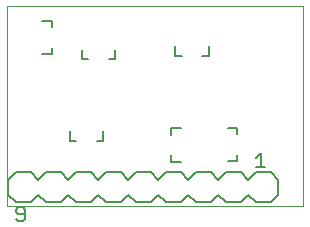
<source format=gto>
G75*
%MOIN*%
%OFA0B0*%
%FSLAX24Y24*%
%IPPOS*%
%LPD*%
%AMOC8*
5,1,8,0,0,1.08239X$1,22.5*
%
%ADD10C,0.0000*%
%ADD11C,0.0060*%
%ADD12C,0.0050*%
D10*
X004003Y004435D02*
X004003Y011128D01*
X013845Y011128D01*
X013845Y004435D01*
X004003Y004435D01*
D11*
X004280Y004577D02*
X004030Y004827D01*
X004030Y005327D01*
X004280Y005577D01*
X004780Y005577D01*
X005030Y005327D01*
X005280Y005577D01*
X005780Y005577D01*
X006030Y005327D01*
X006280Y005577D01*
X006780Y005577D01*
X007030Y005327D01*
X007280Y005577D01*
X007780Y005577D01*
X008030Y005327D01*
X008280Y005577D01*
X008780Y005577D01*
X009030Y005327D01*
X009280Y005577D01*
X009780Y005577D01*
X010030Y005327D01*
X010280Y005577D01*
X010780Y005577D01*
X011030Y005327D01*
X011280Y005577D01*
X011780Y005577D01*
X012030Y005327D01*
X012280Y005577D01*
X012780Y005577D01*
X013030Y005327D01*
X013030Y004827D01*
X012780Y004577D01*
X012280Y004577D01*
X012030Y004827D01*
X011780Y004577D01*
X011280Y004577D01*
X011030Y004827D01*
X010780Y004577D01*
X010280Y004577D01*
X010030Y004827D01*
X009780Y004577D01*
X009280Y004577D01*
X009030Y004827D01*
X008780Y004577D01*
X008280Y004577D01*
X008030Y004827D01*
X007780Y004577D01*
X007280Y004577D01*
X007030Y004827D01*
X006780Y004577D01*
X006280Y004577D01*
X006030Y004827D01*
X005780Y004577D01*
X005280Y004577D01*
X005030Y004827D01*
X004780Y004577D01*
X004280Y004577D01*
X006080Y006616D02*
X006300Y006616D01*
X006080Y006616D02*
X006080Y006936D01*
X006980Y006616D02*
X007200Y006616D01*
X007200Y006936D01*
X009455Y006827D02*
X009455Y007047D01*
X009775Y007047D01*
X009455Y006147D02*
X009455Y005927D01*
X009775Y005927D01*
X011348Y005938D02*
X011668Y005938D01*
X011668Y006158D01*
X011668Y006838D02*
X011668Y007058D01*
X011348Y007058D01*
X010708Y009463D02*
X010488Y009463D01*
X010708Y009463D02*
X010708Y009783D01*
X009808Y009463D02*
X009588Y009463D01*
X009588Y009783D01*
X007594Y009653D02*
X007594Y009333D01*
X007374Y009333D01*
X006694Y009333D02*
X006474Y009333D01*
X006474Y009653D01*
X005471Y009721D02*
X005471Y009501D01*
X005151Y009501D01*
X005471Y010401D02*
X005471Y010621D01*
X005151Y010621D01*
D12*
X004295Y004027D02*
X004370Y003952D01*
X004520Y003952D01*
X004595Y004027D01*
X004595Y004328D01*
X004520Y004403D01*
X004370Y004403D01*
X004295Y004328D01*
X004295Y004252D01*
X004370Y004177D01*
X004595Y004177D01*
X012295Y005752D02*
X012595Y005752D01*
X012445Y005752D02*
X012445Y006203D01*
X012295Y006052D01*
M02*

</source>
